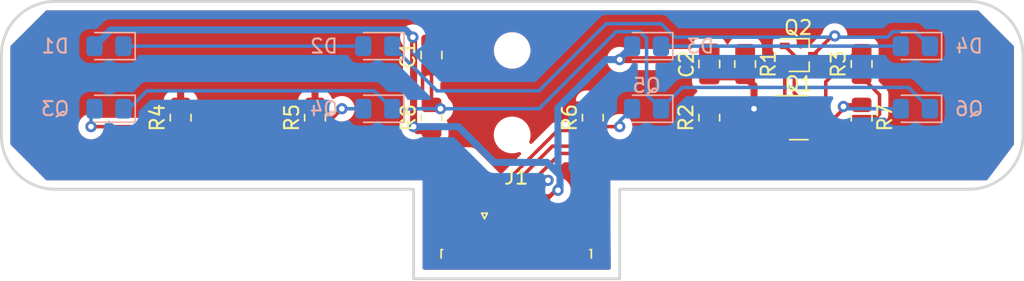
<source format=kicad_pcb>
(kicad_pcb (version 20240108) (generator "pcbnew") (generator_version "8.0")
  (layers (0 "F.Cu" signal) (31 "B.Cu" signal) (34 "B.Paste" user) (35 "F.Paste" user) (36 "B.SilkS" user "B.Silkscreen") (37 "F.SilkS" user "F.Silkscreen") (38 "B.Mask" user) (39 "F.Mask" user) (44 "Edge.Cuts" user))
  (net 0 "")
  (net 1 "GNDA")
  (net 2 "+BATT")
  (net 3 "GND")
  (net 4 "Net-(D1-K)")
  (net 5 "Net-(D2-K)")
  (net 6 "Net-(D3-K)")
  (net 7 "A0")
  (net 8 "A1")
  (net 9 "A2")
  (net 10 "A3")
  (net 11 "+3.3V")
  (net 12 "D0")
  (net 13 "Net-(Q1-B)")
  (net 14 "Net-(Q1-C)")
  (net 15 "Net-(Q3-C)")
  (footprint "Package_TO_SOT_SMD:SOT-23" (layer "F.Cu") (at 172.085 104.775)
    (property "Reference" "Q1" (at 0 -2.4 0) (layer "F.SilkS"))
    (property "Value" "BC817")
    (fp_line (start 0 -1.56) (end -1.675 -1.56) (stroke (width 0.12)) (layer "F.SilkS"))
    (fp_line (start 0 -1.56) (end 0.65 -1.56) (stroke (width 0.12)) (layer "F.SilkS"))
    (fp_line (start 0 1.56) (end -0.65 1.56) (stroke (width 0.12)) (layer "F.SilkS"))
    (fp_line (start 0 1.56) (end 0.65 1.56) (stroke (width 0.12)) (layer "F.SilkS"))
    (pad "1" smd roundrect (at -0.9375 -0.95) (size 1.475 0.6) (layers "F.Cu" "F.Paste" "F.Mask") (net 13 "Net-(Q1-B)"))
    (pad "2" smd roundrect (at -0.9375 0.95) (size 1.475 0.6) (layers "F.Cu" "F.Paste" "F.Mask") (net 3 "GND"))
    (pad "3" smd roundrect (at 0.9375 0) (size 1.475 0.6) (layers "F.Cu" "F.Paste" "F.Mask") (net 14 "Net-(Q1-C)"))
  )
  (footprint "Resistor_SMD:R_0805_2012Metric" (layer "F.Cu") (at 146.05 104.775 90)
    (property "Reference" "R8" (at 0 -1.65 90) (layer "F.SilkS"))
    (property "Value" "220R")
    (fp_line (start -0.227064 -0.735) (end 0.227064 -0.735) (stroke (width 0.12)) (layer "F.SilkS"))
    (fp_line (start -0.227064 0.735) (end 0.227064 0.735) (stroke (width 0.12)) (layer "F.SilkS"))
    (pad "1" smd roundrect (at -0.9125 0 90) (size 1.025 1.4) (layers "F.Cu" "F.Paste" "F.Mask") (roundrect_rratio 0.243902) (net 2 "+BATT"))
    (pad "2" smd roundrect (at 0.9125 0 90) (size 1.025 1.4) (layers "F.Cu" "F.Paste" "F.Mask") (roundrect_rratio 0.243902) (net 15 "Net-(Q3-C)"))
  )
  (footprint "Capacitor_SMD:C_0805_2012Metric" (layer "F.Cu") (at 165.735 100.965 -90)
    (property "Reference" "C2" (at 0.017406 1.612406 90) (layer "F.SilkS"))
    (property "Value" "4u7")
    (fp_line (start -0.261252 0.735) (end 0.261252 0.735) (stroke (width 0.12)) (layer "F.SilkS"))
    (fp_line (start -0.261252 -0.735) (end 0.261252 -0.735) (stroke (width 0.12)) (layer "F.SilkS"))
    (pad "1" smd roundrect (at -0.95 0 270) (size 1 1.45) (layers "F.Cu" "F.Paste" "F.Mask") (net 2 "+BATT"))
    (pad "2" smd roundrect (at 0.95 0 270) (size 1 1.45) (layers "F.Cu" "F.Paste" "F.Mask") (net 3 "GND"))
  )
  (footprint "Resistor_SMD:R_0805_2012Metric" (layer "F.Cu") (at 176.53 100.965 90)
    (property "Reference" "R3" (at 0 -1.65 90) (layer "F.SilkS"))
    (property "Value" "1k")
    (fp_line (start -0.227064 -0.735) (end 0.227064 -0.735) (stroke (width 0.12)) (layer "F.SilkS"))
    (fp_line (start -0.227064 0.735) (end 0.227064 0.735) (stroke (width 0.12)) (layer "F.SilkS"))
    (pad "1" smd roundrect (at -0.9125 0 90) (size 1.025 1.4) (layers "F.Cu" "F.Paste" "F.Mask") (roundrect_rratio 0.243902) (net 12 "D0"))
    (pad "2" smd roundrect (at 0.9125 0 90) (size 1.025 1.4) (layers "F.Cu" "F.Paste" "F.Mask") (roundrect_rratio 0.243902) (net 14 "Net-(Q1-C)"))
  )
  (footprint "Resistor_SMD:R_0805_2012Metric" (layer "F.Cu") (at 168.275 100.965 -90)
    (property "Reference" "R1" (at 0 -1.65 90) (layer "F.SilkS"))
    (property "Value" "6R")
    (fp_line (start -0.227064 0.735) (end 0.227064 0.735) (stroke (width 0.12)) (layer "F.SilkS"))
    (fp_line (start -0.227064 -0.735) (end 0.227064 -0.735) (stroke (width 0.12)) (layer "F.SilkS"))
    (pad "1" smd roundrect (at -0.9125 0 270) (size 1.025 1.4) (layers "F.Cu" "F.Paste" "F.Mask") (roundrect_rratio 0.243902) (net 13 "Net-(Q1-B)"))
    (pad "2" smd roundrect (at 0.9125 0 270) (size 1.025 1.4) (layers "F.Cu" "F.Paste" "F.Mask") (roundrect_rratio 0.243902) (net 3 "GND"))
  )
  (footprint "Connector_FFC-FPC:TE_1-1734839-0_1x10-1MP_P0.5mm_Horizontal" (layer "F.Cu") (at 152.055 112.105)
    (property "Reference" "J1" (at 0 -3.1 0) (layer "F.SilkS"))
    (property "Value" "10x0.5mm FPC")
    (fp_line (start -5.325 2.04) (end -5.325 2.64) (stroke (width 0.12)) (layer "F.SilkS"))
    (fp_line (start -5.215 2.04) (end -5.325 2.04) (stroke (width 0.12)) (layer "F.SilkS"))
    (fp_line (start -2.45 -0.55) (end -2.25 -0.15) (stroke (width 0.12)) (layer "F.SilkS"))
    (fp_line (start -2.25 -0.15) (end -2.05 -0.55) (stroke (width 0.12)) (layer "F.SilkS"))
    (fp_line (start -2.05 -0.55) (end -2.45 -0.55) (stroke (width 0.12)) (layer "F.SilkS"))
    (fp_line (start 5.215 2.04) (end 5.325 2.04) (stroke (width 0.12)) (layer "F.SilkS"))
    (fp_line (start 5.325 2.04) (end 5.325 2.64) (stroke (width 0.12)) (layer "F.SilkS"))
    (pad "1" smd rect (at -2.25 -1.35) (size 0.3 1.1) (layers "F.Cu" "F.Paste" "F.Mask") (net 1 "GNDA"))
    (pad "2" smd rect (at -1.75 -1.35) (size 0.3 1.1) (layers "F.Cu" "F.Paste" "F.Mask") (net 7 "A0"))
    (pad "3" smd rect (at -1.25 -1.35) (size 0.3 1.1) (layers "F.Cu" "F.Paste" "F.Mask") (net 8 "A1"))
    (pad "4" smd rect (at -0.75 -1.35) (size 0.3 1.1) (layers "F.Cu" "F.Paste" "F.Mask") (net 9 "A2"))
    (pad "5" smd rect (at -0.25 -1.35) (size 0.3 1.1) (layers "F.Cu" "F.Paste" "F.Mask") (net 10 "A3"))
    (pad "6" smd rect (at 0.25 -1.35) (size 0.3 1.1) (layers "F.Cu" "F.Paste" "F.Mask") (net 11 "+3.3V"))
    (pad "7" smd rect (at 0.75 -1.35) (size 0.3 1.1) (layers "F.Cu" "F.Paste" "F.Mask") (net 12 "D0"))
    (pad "8" smd rect (at 1.25 -1.35) (size 0.3 1.1) (layers "F.Cu" "F.Paste" "F.Mask"))
    (pad "9" smd rect (at 1.75 -1.35) (size 0.3 1.1) (layers "F.Cu" "F.Paste" "F.Mask") (net 3 "GND"))
    (pad "10" smd rect (at 2.25 -1.35) (size 0.3 1.1) (layers "F.Cu" "F.Paste" "F.Mask") (net 2 "+BATT"))
    (pad "MP" smd rect (at -3.92 0.35) (size 2.3 3.1) (layers "F.Cu" "F.Paste" "F.Mask"))
    (pad "MP" smd rect (at 3.92 0.35) (size 2.3 3.1) (layers "F.Cu" "F.Paste" "F.Mask"))
  )
  (footprint "MountingHole:MountingHole_2.1mm" (layer "F.Cu") (at 151.765 106)
    (property "Reference" "REF-mh" (hide yes))
    (property "Value" "MountingHole_2.1mm" (hide yes))
    (pad "" np_thru_hole circle (at 0 0) (size 2.1 2.1) (drill 2.1) (layers "F&B.Cu" "*.Mask"))
  )
  (footprint "Resistor_SMD:R_0805_2012Metric" (layer "F.Cu") (at 137.795 104.775 90)
    (property "Reference" "R5" (at 0 -1.65 90) (layer "F.SilkS"))
    (property "Value" "2k2")
    (fp_line (start -0.227064 -0.735) (end 0.227064 -0.735) (stroke (width 0.12)) (layer "F.SilkS"))
    (fp_line (start -0.227064 0.735) (end 0.227064 0.735) (stroke (width 0.12)) (layer "F.SilkS"))
    (pad "1" smd roundrect (at -0.9125 0 90) (size 1.025 1.4) (layers "F.Cu" "F.Paste" "F.Mask") (roundrect_rratio 0.243902) (net 8 "A1"))
    (pad "2" smd roundrect (at 0.9125 0 90) (size 1.025 1.4) (layers "F.Cu" "F.Paste" "F.Mask") (roundrect_rratio 0.243902) (net 1 "GNDA"))
  )
  (footprint "Package_TO_SOT_SMD:SOT-323_SC-70" (layer "F.Cu") (at 172.085 100.33)
    (property "Reference" "Q2" (at -0.05 -1.95 0) (layer "F.SilkS"))
    (property "Value" "DMG1012T")
    (fp_line (start -0.68 1.16) (end 0.73 1.16) (stroke (width 0.12)) (layer "F.SilkS"))
    (fp_line (start 0.73 -1.16) (end -1.3 -1.16) (stroke (width 0.12)) (layer "F.SilkS"))
    (fp_line (start 0.73 -1.16) (end 0.73 -0.5) (stroke (width 0.12)) (layer "F.SilkS"))
    (fp_line (start 0.73 0.5) (end 0.73 1.16) (stroke (width 0.12)) (layer "F.SilkS"))
    (pad "1" smd rect (at -1 -0.65 270) (size 0.45 0.7) (layers "F.Cu" "F.Paste" "F.Mask") (net 14 "Net-(Q1-C)"))
    (pad "2" smd rect (at -1 0.65 270) (size 0.45 0.7) (layers "F.Cu" "F.Paste" "F.Mask") (net 13 "Net-(Q1-B)"))
    (pad "3" smd rect (at 1 0 270) (size 0.45 0.7) (layers "F.Cu" "F.Paste" "F.Mask") (net 5 "Net-(D2-K)"))
  )
  (footprint "MountingHole:MountingHole_2.1mm" (layer "F.Cu") (at 151.765 100)
    (property "Reference" "REF-mh" (hide yes))
    (property "Value" "MountingHole_2.1mm" (hide yes))
    (pad "" np_thru_hole circle (at 0 0) (size 2.1 2.1) (drill 2.1) (layers "*.Cu" "*.Mask"))
  )
  (footprint "Resistor_SMD:R_0805_2012Metric" (layer "F.Cu") (at 176.53 104.775 -90)
    (property "Reference" "R7" (at 0 -1.65 90) (layer "F.SilkS"))
    (property "Value" "2k2")
    (fp_line (start -0.227064 0.735) (end 0.227064 0.735) (stroke (width 0.12)) (layer "F.SilkS"))
    (fp_line (start -0.227064 -0.735) (end 0.227064 -0.735) (stroke (width 0.12)) (layer "F.SilkS"))
    (pad "1" smd roundrect (at -0.9125 0 270) (size 1.025 1.4) (layers "F.Cu" "F.Paste" "F.Mask") (roundrect_rratio 0.243902) (net 10 "A3"))
    (pad "2" smd roundrect (at 0.9125 0 270) (size 1.025 1.4) (layers "F.Cu" "F.Paste" "F.Mask") (roundrect_rratio 0.243902) (net 1 "GNDA"))
  )
  (footprint "Resistor_SMD:R_0805_2012Metric" (layer "F.Cu") (at 157.48 104.775 90)
    (property "Reference" "R6" (at 0 -1.65 90) (layer "F.SilkS"))
    (property "Value" "2k2")
    (fp_line (start -0.227064 -0.735) (end 0.227064 -0.735) (stroke (width 0.12)) (layer "F.SilkS"))
    (fp_line (start -0.227064 0.735) (end 0.227064 0.735) (stroke (width 0.12)) (layer "F.SilkS"))
    (pad "1" smd roundrect (at -0.9125 0 90) (size 1.025 1.4) (layers "F.Cu" "F.Paste" "F.Mask") (roundrect_rratio 0.243902) (net 9 "A2"))
    (pad "2" smd roundrect (at 0.9125 0 90) (size 1.025 1.4) (layers "F.Cu" "F.Paste" "F.Mask") (roundrect_rratio 0.243902) (net 1 "GNDA"))
  )
  (footprint "Resistor_SMD:R_0805_2012Metric" (layer "F.Cu") (at 128.27 104.775 90)
    (property "Reference" "R4" (at 0 -1.65 90) (layer "F.SilkS"))
    (property "Value" "2k2")
    (fp_line (start -0.227064 -0.735) (end 0.227064 -0.735) (stroke (width 0.12)) (layer "F.SilkS"))
    (fp_line (start -0.227064 0.735) (end 0.227064 0.735) (stroke (width 0.12)) (layer "F.SilkS"))
    (pad "1" smd roundrect (at -0.9125 0 90) (size 1.025 1.4) (layers "F.Cu" "F.Paste" "F.Mask") (roundrect_rratio 0.243902) (net 7 "A0"))
    (pad "2" smd roundrect (at 0.9125 0 90) (size 1.025 1.4) (layers "F.Cu" "F.Paste" "F.Mask") (roundrect_rratio 0.243902) (net 1 "GNDA"))
  )
  (footprint "Resistor_SMD:R_0805_2012Metric" (layer "F.Cu") (at 165.735 104.775 90)
    (property "Reference" "R2" (at 0 -1.65 90) (layer "F.SilkS"))
    (property "Value" "15k")
    (fp_line (start -0.227064 -0.735) (end 0.227064 -0.735) (stroke (width 0.12)) (layer "F.SilkS"))
    (fp_line (start -0.227064 0.735) (end 0.227064 0.735) (stroke (width 0.12)) (layer "F.SilkS"))
    (pad "1" smd roundrect (at -0.9125 0 90) (size 1.025 1.4) (layers "F.Cu" "F.Paste" "F.Mask") (roundrect_rratio 0.243902) (net 14 "Net-(Q1-C)"))
    (pad "2" smd roundrect (at 0.9125 0 90) (size 1.025 1.4) (layers "F.Cu" "F.Paste" "F.Mask") (roundrect_rratio 0.243902) (net 3 "GND"))
  )
  (footprint "Capacitor_SMD:C_0805_2012Metric" (layer "F.Cu") (at 146.05 100.33 90)
    (property "Reference" "C1" (at 0 -1.68 90) (layer "F.SilkS"))
    (property "Value" "100nF")
    (fp_line (start -0.261252 -0.735) (end 0.261252 -0.735) (stroke (width 0.12)) (layer "F.SilkS"))
    (fp_line (start -0.261252 0.735) (end 0.261252 0.735) (stroke (width 0.12)) (layer "F.SilkS"))
    (pad "1" smd roundrect (at -0.95 0 90) (size 1 1.45) (layers "F.Cu" "F.Paste" "F.Mask") (net 15 "Net-(Q3-C)"))
    (pad "2" smd roundrect (at 0.95 0 90) (size 1 1.45) (layers "F.Cu" "F.Paste" "F.Mask") (net 1 "GNDA"))
  )
  (footprint "LED_SMD:LED_0805_2012Metric_Pad1.15x1.40mm_HandSolder" (layer "B.Cu") (at 123.19 104.14 180)
    (property "Reference" "Q3" (at 3.81 0 0) (layer "B.SilkS") (effects (justify mirror)))
    (property "Value" "PT0805CS")
    (fp_line (start 1 0.96) (end -1.86 0.96) (stroke (width 0.12)) (layer "B.SilkS"))
    (fp_line (start -1.86 0.96) (end -1.86 -0.96) (stroke (width 0.12)) (layer "B.SilkS"))
    (fp_line (start -1.86 -0.96) (end 1 -0.96) (stroke (width 0.12)) (layer "B.SilkS"))
    (pad "1" smd roundrect (at -1.025 0 180) (size 1.15 1.4) (layers "B.Cu" "B.Paste" "B.Mask") (roundrect_rratio 0.217391) (net 15 "Net-(Q3-C)"))
    (pad "2" smd roundrect (at 1.025 0 180) (size 1.15 1.4) (layers "B.Cu" "B.Paste" "B.Mask") (roundrect_rratio 0.217391) (net 7 "A0"))
  )
  (footprint "LED_SMD:LED_0805_2012Metric_Pad1.15x1.40mm_HandSolder" (layer "B.Cu") (at 123.19 99.695 180)
    (property "Reference" "D1" (at 3.81 0 0) (layer "B.SilkS") (effects (justify mirror)))
    (property "Value" "SIR0805CS")
    (fp_line (start 1 0.96) (end -1.86 0.96) (stroke (width 0.12)) (layer "B.SilkS"))
    (fp_line (start -1.86 0.96) (end -1.86 -0.96) (stroke (width 0.12)) (layer "B.SilkS"))
    (fp_line (start -1.86 -0.96) (end 1 -0.96) (stroke (width 0.12)) (layer "B.SilkS"))
    (pad "1" smd roundrect (at -1.025 0 180) (size 1.15 1.4) (layers "B.Cu" "B.Paste" "B.Mask") (roundrect_rratio 0.217391) (net 4 "Net-(D1-K)"))
    (pad "2" smd roundrect (at 1.025 0 180) (size 1.15 1.4) (layers "B.Cu" "B.Paste" "B.Mask") (roundrect_rratio 0.217391) (net 2 "+BATT"))
  )
  (footprint "LED_SMD:LED_0805_2012Metric_Pad1.15x1.40mm_HandSolder" (layer "B.Cu") (at 142.24 104.14 180)
    (property "Reference" "Q4" (at 3.81 0 0) (layer "B.SilkS") (effects (justify mirror)))
    (property "Value" "PT0805CS")
    (fp_line (start 1 0.96) (end -1.86 0.96) (stroke (width 0.12)) (layer "B.SilkS"))
    (fp_line (start -1.86 0.96) (end -1.86 -0.96) (stroke (width 0.12)) (layer "B.SilkS"))
    (fp_line (start -1.86 -0.96) (end 1 -0.96) (stroke (width 0.12)) (layer "B.SilkS"))
    (pad "1" smd roundrect (at -1.025 0 180) (size 1.15 1.4) (layers "B.Cu" "B.Paste" "B.Mask") (roundrect_rratio 0.217391) (net 15 "Net-(Q3-C)"))
    (pad "2" smd roundrect (at 1.025 0 180) (size 1.15 1.4) (layers "B.Cu" "B.Paste" "B.Mask") (roundrect_rratio 0.217391) (net 8 "A1"))
  )
  (footprint "LED_SMD:LED_0805_2012Metric_Pad1.15x1.40mm_HandSolder" (layer "B.Cu") (at 161.29 104.14 180)
    (property "Reference" "Q5" (at 0 1.65 0) (layer "B.SilkS") (effects (justify mirror)))
    (property "Value" "PT0805CS")
    (fp_line (start 1 0.96) (end -1.86 0.96) (stroke (width 0.12)) (layer "B.SilkS"))
    (fp_line (start -1.86 0.96) (end -1.86 -0.96) (stroke (width 0.12)) (layer "B.SilkS"))
    (fp_line (start -1.86 -0.96) (end 1 -0.96) (stroke (width 0.12)) (layer "B.SilkS"))
    (pad "1" smd roundrect (at -1.025 0 180) (size 1.15 1.4) (layers "B.Cu" "B.Paste" "B.Mask") (roundrect_rratio 0.217391) (net 15 "Net-(Q3-C)"))
    (pad "2" smd roundrect (at 1.025 0 180) (size 1.15 1.4) (layers "B.Cu" "B.Paste" "B.Mask") (roundrect_rratio 0.217391) (net 9 "A2"))
  )
  (footprint "LED_SMD:LED_0805_2012Metric_Pad1.15x1.40mm_HandSolder" (layer "B.Cu") (at 142.24 99.695 180)
    (property "Reference" "D2" (at 3.81 0 0) (layer "B.SilkS") (effects (justify mirror)))
    (property "Value" "SIR0805CS")
    (fp_line (start 1 0.96) (end -1.86 0.96) (stroke (width 0.12)) (layer "B.SilkS"))
    (fp_line (start -1.86 0.96) (end -1.86 -0.96) (stroke (width 0.12)) (layer "B.SilkS"))
    (fp_line (start -1.86 -0.96) (end 1 -0.96) (stroke (width 0.12)) (layer "B.SilkS"))
    (pad "1" smd roundrect (at -1.025 0 180) (size 1.15 1.4) (layers "B.Cu" "B.Paste" "B.Mask") (roundrect_rratio 0.217391) (net 5 "Net-(D2-K)"))
    (pad "2" smd roundrect (at 1.025 0 180) (size 1.15 1.4) (layers "B.Cu" "B.Paste" "B.Mask") (roundrect_rratio 0.217391) (net 4 "Net-(D1-K)"))
  )
  (footprint "LED_SMD:LED_0805_2012Metric_Pad1.15x1.40mm_HandSolder" (layer "B.Cu") (at 180.34 99.695 180)
    (property "Reference" "D4" (at -3.81 0 0) (layer "B.SilkS") (effects (justify mirror)))
    (property "Value" "SIR0805CS")
    (fp_line (start 1 0.96) (end -1.86 0.96) (stroke (width 0.12)) (layer "B.SilkS"))
    (fp_line (start -1.86 0.96) (end -1.86 -0.96) (stroke (width 0.12)) (layer "B.SilkS"))
    (fp_line (start -1.86 -0.96) (end 1 -0.96) (stroke (width 0.12)) (layer "B.SilkS"))
    (pad "1" smd roundrect (at -1.025 0 180) (size 1.15 1.4) (layers "B.Cu" "B.Paste" "B.Mask") (roundrect_rratio 0.217391) (net 5 "Net-(D2-K)"))
    (pad "2" smd roundrect (at 1.025 0 180) (size 1.15 1.4) (layers "B.Cu" "B.Paste" "B.Mask") (roundrect_rratio 0.217391) (net 6 "Net-(D3-K)"))
  )
  (footprint "LED_SMD:LED_0805_2012Metric_Pad1.15x1.40mm_HandSolder" (layer "B.Cu") (at 161.29 99.695 180)
    (property "Reference" "D3" (at -3.81 0 0) (layer "B.SilkS") (effects (justify mirror)))
    (property "Value" "SIR0805CS")
    (fp_line (start 1 0.96) (end -1.86 0.96) (stroke (width 0.12)) (layer "B.SilkS"))
    (fp_line (start -1.86 0.96) (end -1.86 -0.96) (stroke (width 0.12)) (layer "B.SilkS"))
    (fp_line (start -1.86 -0.96) (end 1 -0.96) (stroke (width 0.12)) (layer "B.SilkS"))
    (pad "1" smd roundrect (at -1.025 0 180) (size 1.15 1.4) (layers "B.Cu" "B.Paste" "B.Mask") (roundrect_rratio 0.217391) (net 6 "Net-(D3-K)"))
    (pad "2" smd roundrect (at 1.025 0 180) (size 1.15 1.4) (layers "B.Cu" "B.Paste" "B.Mask") (roundrect_rratio 0.217391) (net 2 "+BATT"))
  )
  (footprint "LED_SMD:LED_0805_2012Metric_Pad1.15x1.40mm_HandSolder" (layer "B.Cu") (at 180.34 104.14 180)
    (property "Reference" "Q6" (at -3.81 0 0) (layer "B.SilkS") (effects (justify mirror)))
    (property "Value" "PT0805CS")
    (fp_line (start 1 0.96) (end -1.86 0.96) (stroke (width 0.12)) (layer "B.SilkS"))
    (fp_line (start -1.86 0.96) (end -1.86 -0.96) (stroke (width 0.12)) (layer "B.SilkS"))
    (fp_line (start -1.86 -0.96) (end 1 -0.96) (stroke (width 0.12)) (layer "B.SilkS"))
    (pad "1" smd roundrect (at -1.025 0 180) (size 1.15 1.4) (layers "B.Cu" "B.Paste" "B.Mask") (roundrect_rratio 0.217391) (net 15 "Net-(Q3-C)"))
    (pad "2" smd roundrect (at 1.025 0 180) (size 1.15 1.4) (layers "B.Cu" "B.Paste" "B.Mask") (roundrect_rratio 0.217391) (net 10 "A3"))
  )
  (gr_line (start 119.38 96.52) (end 184.15 96.52) (stroke (width 0.2)) (layer "Edge.Cuts"))
  (gr_arc (start 119.38 109.855) (mid 116.685924 108.739077) (end 115.57 106.045) (stroke (width 0.2)) (layer "Edge.Cuts"))
  (gr_line (start 144.78 116.205) (end 159.385 116.205) (stroke (width 0.2)) (layer "Edge.Cuts"))
  (gr_line (start 144.78 109.855) (end 144.78 116.205) (stroke (width 0.2)) (layer "Edge.Cuts"))
  (gr_arc (start 184.15 96.52) (mid 186.844076 97.635923) (end 187.96 100.33) (stroke (width 0.2)) (layer "Edge.Cuts"))
  (gr_arc (start 115.57 100.33) (mid 116.685923 97.635924) (end 119.38 96.52) (stroke (width 0.2)) (layer "Edge.Cuts"))
  (gr_line (start 144.78 109.855) (end 119.38 109.855) (stroke (width 0.2)) (layer "Edge.Cuts"))
  (gr_line (start 115.57 106.045) (end 115.57 100.33) (stroke (width 0.2)) (layer "Edge.Cuts"))
  (gr_line (start 159.385 109.855) (end 184.15 109.855) (stroke (width 0.2)) (layer "Edge.Cuts"))
  (gr_arc (start 187.96 106.045) (mid 186.844077 108.739076) (end 184.15 109.855) (stroke (width 0.2)) (layer "Edge.Cuts"))
  (gr_line (start 159.385 116.205) (end 159.385 109.855) (stroke (width 0.2)) (layer "Edge.Cuts"))
  (gr_line (start 187.96 100.33) (end 187.96 106.045) (stroke (width 0.2)) (layer "Edge.Cuts"))
  (segment (start 149.805 110.755) (end 149.805 111.705) (width 0.3) (layer "F.Cu") (net 1))
  (segment (start 149.805 111.705) (end 150.495 112.395) (width 0.3) (layer "F.Cu") (net 1))
  (segment (start 149.805 110.755) (end 148.905 109.855) (width 0.3) (layer "F.Cu") (net 1))
  (segment (start 144.78 105.41) (end 145.0575 105.6875) (width 0.5) (layer "F.Cu") (net 2))
  (segment (start 155.011755 109.926755) (end 154.868245 109.926755) (width 0.3) (layer "F.Cu") (net 2))
  (segment (start 154.305 110.49) (end 154.305 110.755) (width 0.25) (layer "F.Cu") (net 2))
  (segment (start 154.868245 109.926755) (end 154.305 110.49) (width 0.3) (layer "F.Cu") (net 2))
  (segment (start 159.385 100.65) (end 165.1 100.65) (width 0.5) (layer "F.Cu") (net 2))
  (segment (start 145.0575 105.6875) (end 146.05 105.6875) (width 0.5) (layer "F.Cu") (net 2))
  (segment (start 165.1 100.65) (end 165.735 100.015) (width 0.5) (layer "F.Cu") (net 2))
  (segment (start 144.78 105.41) (end 144.78 99.108068) (width 0.5) (layer "F.Cu") (net 2))
  (segment (start 144.78 99.108068) (end 144.727566 99.055634) (width 0.5) (layer "F.Cu") (net 2))
  (via (at 144.727566 99.055634) (size 0.8) (drill 0.4) (layers "F.Cu" "B.Cu") (net 2))
  (via (at 155.011755 109.926755) (size 0.8) (drill 0.4) (layers "F.Cu" "B.Cu") (net 2))
  (via (at 144.78 105.41) (size 0.8) (drill 0.4) (layers "F.Cu" "B.Cu") (net 2))
  (via (at 159.385 100.65) (size 0.8) (drill 0.4) (layers "F.Cu" "B.Cu") (net 2))
  (segment (start 155.155 108.867918) (end 154.237082 107.95) (width 0.5) (layer "B.Cu") (net 2))
  (segment (start 159.385 100.575) (end 160.265 99.695) (width 0.5) (layer "B.Cu") (net 2))
  (segment (start 123.315 98.545) (end 122.165 99.695) (width 0.5) (layer "B.Cu") (net 2))
  (segment (start 159.385 100.65) (end 159.385 100.575) (width 0.5) (layer "B.Cu") (net 2))
  (segment (start 150.495 107.95) (end 147.955 105.41) (width 0.5) (layer "B.Cu") (net 2))
  (segment (start 147.955 105.41) (end 144.78 105.41) (width 0.5) (layer "B.Cu") (net 2))
  (segment (start 154.906041 109.821041) (end 155.155 109.572082) (width 0.5) (layer "B.Cu") (net 2))
  (segment (start 160.7199 99.695) (end 160.265 99.695) (width 0.25) (layer "B.Cu") (net 2))
  (segment (start 155.011755 108.724673) (end 155.011755 104.068245) (width 0.5) (layer "B.Cu") (net 2))
  (segment (start 155.155 109.78351) (end 155.155 108.867918) (width 0.5) (layer "B.Cu") (net 2))
  (segment (start 155.011755 109.926755) (end 154.906041 109.821041) (width 0.5) (layer "B.Cu") (net 2))
  (segment (start 154.237082 107.95) (end 150.495 107.95) (width 0.5) (layer "B.Cu") (net 2))
  (segment (start 158.43 100.65) (end 159.385 100.65) (width 0.5) (layer "B.Cu") (net 2))
  (segment (start 155.155 108.867918) (end 155.011755 108.724673) (width 0.5) (layer "B.Cu") (net 2))
  (segment (start 144.727566 99.055634) (end 144.216932 98.545) (width 0.5) (layer "B.Cu") (net 2))
  (segment (start 155.155 109.572082) (end 155.155 108.867918) (width 0.5) (layer "B.Cu") (net 2))
  (segment (start 155.011755 109.926755) (end 155.155 109.78351) (width 0.5) (layer "B.Cu") (net 2))
  (segment (start 155.011755 104.068245) (end 158.43 100.65) (width 0.5) (layer "B.Cu") (net 2))
  (segment (start 144.216932 98.545) (end 123.315 98.545) (width 0.5) (layer "B.Cu") (net 2))
  (segment (start 168.905 105.41) (end 169.22 105.725) (width 0.5) (layer "F.Cu") (net 3))
  (segment (start 168.275 101.8775) (end 165.7725 101.8775) (width 0.5) (layer "F.Cu") (net 3))
  (segment (start 154.305 109.22) (end 153.805 109.72) (width 0.3) (layer "F.Cu") (net 3))
  (segment (start 168.905 104.14) (end 166.0125 104.14) (width 0.5) (layer "F.Cu") (net 3))
  (segment (start 153.805 109.72) (end 153.805 110.755) (width 0.3) (layer "F.Cu") (net 3))
  (segment (start 168.905 104.14) (end 168.905 105.41) (width 0.5) (layer "F.Cu") (net 3))
  (segment (start 168.905 102.5075) (end 168.905 105.41) (width 0.5) (layer "F.Cu") (net 3))
  (segment (start 169.22 105.725) (end 171.1475 105.725) (width 0.5) (layer "F.Cu") (net 3))
  (segment (start 165.7725 101.8775) (end 165.735 101.915) (width 0.5) (layer "F.Cu") (net 3))
  (segment (start 168.275 101.8775) (end 168.905 102.5075) (width 0.5) (layer "F.Cu") (net 3))
  (segment (start 166.0125 104.14) (end 165.735 103.8625) (width 0.5) (layer "F.Cu") (net 3))
  (via (at 168.905 104.14) (size 0.8) (drill 0.4) (layers "F.Cu" "B.Cu") (net 3))
  (via (at 154.305 109.22) (size 0.8) (drill 0.4) (layers "F.Cu" "B.Cu") (net 3))
  (segment (start 141.215 99.695) (end 124.215 99.695) (width 0.25) (layer "B.Cu") (net 4))
  (segment (start 174.625 98.9705) (end 174.4445 98.9705) (width 0.25) (layer "F.Cu") (net 5))
  (segment (start 174.4445 98.9705) (end 173.085 100.33) (width 0.25) (layer "F.Cu") (net 5))
  (via (at 174.625 98.9705) (size 0.8) (drill 0.4) (layers "F.Cu" "B.Cu") (net 5))
  (segment (start 174.7145 99.06) (end 178.3549 99.06) (width 0.25) (layer "B.Cu") (net 5))
  (segment (start 162.3151 98.1) (end 158.44 98.1) (width 0.25) (layer "B.Cu") (net 5))
  (segment (start 174.625 98.9705) (end 174.7145 99.06) (width 0.25) (layer "B.Cu") (net 5))
  (segment (start 178.7449 98.67) (end 180.34 98.67) (width 0.25) (layer "B.Cu") (net 5))
  (segment (start 174.5355 99.06) (end 163.2751 99.06) (width 0.25) (layer "B.Cu") (net 5))
  (segment (start 174.625 98.9705) (end 174.5355 99.06) (width 0.25) (layer "B.Cu") (net 5))
  (segment (start 178.3549 99.06) (end 178.7449 98.67) (width 0.25) (layer "B.Cu") (net 5))
  (segment (start 158.44 98.1) (end 153.67 102.87) (width 0.25) (layer "B.Cu") (net 5))
  (segment (start 146.44 102.87) (end 143.265 99.695) (width 0.25) (layer "B.Cu") (net 5))
  (segment (start 180.34 98.67) (end 181.365 99.695) (width 0.25) (layer "B.Cu") (net 5))
  (segment (start 153.67 102.87) (end 146.44 102.87) (width 0.25) (layer "B.Cu") (net 5))
  (segment (start 163.2751 99.06) (end 162.3151 98.1) (width 0.25) (layer "B.Cu") (net 5))
  (segment (start 162.315 99.695) (end 179.315 99.695) (width 0.25) (layer "B.Cu") (net 6))
  (segment (start 129.8975 106.68) (end 138.43 106.68) (width 0.25) (layer "F.Cu") (net 7))
  (segment (start 150.305 109.905) (end 150.305 110.755) (width 0.25) (layer "F.Cu") (net 7))
  (segment (start 138.43 106.68) (end 139.7 107.95) (width 0.25) (layer "F.Cu") (net 7))
  (segment (start 128.905 105.6875) (end 129.8975 106.68) (width 0.25) (layer "F.Cu") (net 7))
  (segment (start 139.7 107.95) (end 148.35 107.95) (width 0.25) (layer "F.Cu") (net 7))
  (segment (start 148.35 107.95) (end 150.305 109.905) (width 0.25) (layer "F.Cu") (net 7))
  (segment (start 128.27 105.6875) (end 128.905 105.6875) (width 0.25) (layer "F.Cu") (net 7))
  (segment (start 127.9925 105.41) (end 128.27 105.6875) (width 0.25) (layer "F.Cu") (net 7))
  (segment (start 121.92 105.41) (end 127.9925 105.41) (width 0.25) (layer "F.Cu") (net 7))
  (via (at 121.92 105.41) (size 0.8) (drill 0.4) (layers "F.Cu" "B.Cu") (net 7))
  (segment (start 121.92 104.385) (end 122.165 104.14) (width 0.25) (layer "B.Cu") (net 7))
  (segment (start 121.92 105.41) (end 121.92 104.385) (width 0.25) (layer "B.Cu") (net 7))
  (segment (start 150.805 109.53) (end 150.805 110.755) (width 0.25) (layer "F.Cu") (net 8))
  (segment (start 138.1525 105.6875) (end 137.795 105.6875) (width 0.25) (layer "F.Cu") (net 8))
  (segment (start 137.795 105.6875) (end 138.43 105.6875) (width 0.25) (layer "F.Cu") (net 8))
  (segment (start 139.7 104.14) (end 138.1525 105.6875) (width 0.25) (layer "F.Cu") (net 8))
  (segment (start 140.2425 107.5) (end 148.775 107.5) (width 0.25) (layer "F.Cu") (net 8))
  (segment (start 138.43 105.6875) (end 140.2425 107.5) (width 0.25) (layer "F.Cu") (net 8))
  (segment (start 148.775 107.5) (end 150.805 109.53) (width 0.25) (layer "F.Cu") (net 8))
  (via (at 139.7 104.14) (size 0.8) (drill 0.4) (layers "F.Cu" "B.Cu") (net 8))
  (segment (start 139.7 104.14) (end 141.215 104.14) (width 0.25) (layer "B.Cu") (net 8))
  (segment (start 154.98 105.6875) (end 151.305 109.3625) (width 0.25) (layer "F.Cu") (net 9))
  (segment (start 157.48 105.6875) (end 154.98 105.6875) (width 0.25) (layer "F.Cu") (net 9))
  (segment (start 151.305 109.3625) (end 151.305 110.755) (width 0.25) (layer "F.Cu") (net 9))
  (segment (start 157.48 105.6875) (end 157.7575 105.41) (width 0.25) (layer "F.Cu") (net 9))
  (segment (start 157.7575 105.41) (end 159.385 105.41) (width 0.25) (layer "F.Cu") (net 9))
  (via (at 159.385 105.41) (size 0.8) (drill 0.4) (layers "F.Cu" "B.Cu") (net 9))
  (segment (start 159.385 105.02) (end 160.265 104.14) (width 0.25) (layer "B.Cu") (net 9))
  (segment (start 159.385 105.41) (end 159.385 105.02) (width 0.25) (layer "B.Cu") (net 9))
  (segment (start 154.615698 106.8) (end 151.805 109.610698) (width 0.25) (layer "F.Cu") (net 10))
  (segment (start 176.53 103.8625) (end 175.5375 103.8625) (width 0.25) (layer "F.Cu") (net 10))
  (segment (start 175.238466 103.982149) (end 176.410351 103.982149) (width 0.25) (layer "F.Cu") (net 10))
  (segment (start 151.805 109.610698) (end 151.805 110.755) (width 0.25) (layer "F.Cu") (net 10))
  (segment (start 172.6 106.8) (end 154.615698 106.8) (width 0.25) (layer "F.Cu") (net 10))
  (segment (start 176.410351 103.982149) (end 176.53 103.8625) (width 0.25) (layer "F.Cu") (net 10))
  (segment (start 175.5375 103.8625) (end 172.6 106.8) (width 0.25) (layer "F.Cu") (net 10))
  (via (at 175.238466 103.982149) (size 0.8) (drill 0.4) (layers "F.Cu" "B.Cu") (net 10))
  (segment (start 175.396317 104.14) (end 179.315 104.14) (width 0.25) (layer "B.Cu") (net 10))
  (segment (start 175.238466 103.982149) (end 175.396317 104.14) (width 0.25) (layer "B.Cu") (net 10))
  (segment (start 173.355698 107.315) (end 175.970698 104.7) (width 0.25) (layer "F.Cu") (net 12))
  (segment (start 177.8 104.530305) (end 177.8 103.1475) (width 0.25) (layer "F.Cu") (net 12))
  (segment (start 152.805 110.755) (end 152.805 109.694695) (width 0.25) (layer "F.Cu") (net 12))
  (segment (start 177.8 103.1475) (end 176.53 101.8775) (width 0.25) (layer "F.Cu") (net 12))
  (segment (start 152.805 109.694695) (end 155.184695 107.315) (width 0.25) (layer "F.Cu") (net 12))
  (segment (start 177.630305 104.7) (end 177.8 104.530305) (width 0.25) (layer "F.Cu") (net 12))
  (segment (start 175.970698 104.7) (end 177.630305 104.7) (width 0.25) (layer "F.Cu") (net 12))
  (segment (start 155.184695 107.315) (end 173.355698 107.315) (width 0.25) (layer "F.Cu") (net 12))
  (segment (start 169.2025 100.98) (end 171.085 100.98) (width 0.25) (layer "F.Cu") (net 13))
  (segment (start 171.085 103.7625) (end 171.1475 103.825) (width 0.25) (layer "F.Cu") (net 13))
  (segment (start 168.275 100.0525) (end 169.2025 100.98) (width 0.25) (layer "F.Cu") (net 13))
  (segment (start 171.085 100.98) (end 171.085 103.7625) (width 0.25) (layer "F.Cu") (net 13))
  (segment (start 171.085 99.68) (end 171.76 100.355) (width 0.25) (layer "F.Cu") (net 14))
  (segment (start 171.76 103.024092) (end 173.0225 104.286592) (width 0.25) (layer "F.Cu") (net 14))
  (segment (start 173.0225 105.263408) (end 171.935908 106.35) (width 0.25) (layer "F.Cu") (net 14))
  (segment (start 173.0225 104.775) (end 173.0225 105.263408) (width 0.25) (layer "F.Cu") (net 14))
  (segment (start 171.76 100.355) (end 171.76 103.024092) (width 0.25) (layer "F.Cu") (net 14))
  (segment (start 173.355 104.775) (end 173.0225 104.775) (width 0.25) (layer "F.Cu") (net 14))
  (segment (start 168.369327 105.6875) (end 165.735 105.6875) (width 0.25) (layer "F.Cu") (net 14))
  (segment (start 173.0225 104.286592) (end 173.0225 104.775) (width 0.25) (layer "F.Cu") (net 14))
  (segment (start 173.99 102.235) (end 173.99 104.14) (width 0.25) (layer "F.Cu") (net 14))
  (segment (start 171.935908 106.35) (end 169.031827 106.35) (width 0.25) (layer "F.Cu") (net 14))
  (segment (start 176.1725 100.0525) (end 173.99 102.235) (width 0.25) (layer "F.Cu") (net 14))
  (segment (start 169.031827 106.35) (end 168.369327 105.6875) (width 0.25) (layer "F.Cu") (net 14))
  (segment (start 176.53 100.0525) (end 176.1725 100.0525) (width 0.25) (layer "F.Cu") (net 14))
  (segment (start 173.99 104.14) (end 173.355 104.775) (width 0.25) (layer "F.Cu") (net 14))
  (segment (start 146.05 103.505) (end 146.05 101.28) (width 0.25) (layer "F.Cu") (net 15))
  (segment (start 145.415 101.915) (end 146.05 101.28) (width 0.25) (layer "F.Cu") (net 15))
  (segment (start 146.685 104.14) (end 146.05 103.505) (width 0.25) (layer "F.Cu") (net 15))
  (segment (start 145.415 103.2275) (end 145.415 101.915) (width 0.25) (layer "F.Cu") (net 15))
  (segment (start 146.05 103.8625) (end 145.415 103.2275) (width 0.25) (layer "F.Cu") (net 15))
  (via (at 146.685 104.14) (size 0.8) (drill 0.4) (layers "F.Cu" "B.Cu") (net 15))
  (segment (start 125.875 102.87) (end 141.995 102.87) (width 0.25) (layer "B.Cu") (net 15))
  (segment (start 161.29 99.1249) (end 161.29 103.115) (width 0.25) (layer "B.Cu") (net 15))
  (segment (start 146.685 104.14) (end 153.67 104.14) (width 0.25) (layer "B.Cu") (net 15))
  (segment (start 153.67 104.14) (end 159.14 98.67) (width 0.25) (layer "B.Cu") (net 15))
  (segment (start 179.85 102.625) (end 181.365 104.14) (width 0.25) (layer "B.Cu") (net 15))
  (segment (start 141.995 102.87) (end 143.265 104.14) (width 0.25) (layer "B.Cu") (net 15))
  (segment (start 159.14 98.67) (end 160.8351 98.67) (width 0.25) (layer "B.Cu") (net 15))
  (segment (start 163.83 102.625) (end 179.85 102.625) (width 0.25) (layer "B.Cu") (net 15))
  (segment (start 160.8351 98.67) (end 161.29 99.1249) (width 0.25) (layer "B.Cu") (net 15))
  (segment (start 161.29 103.115) (end 162.315 104.14) (width 0.25) (layer "B.Cu") (net 15))
  (segment (start 124.215 104.53) (end 125.875 102.87) (width 0.25) (layer "B.Cu") (net 15))
  (segment (start 162.315 104.14) (end 163.83 102.625) (width 0.25) (layer "B.Cu") (net 15))
  (segment (start 124.215 104.14) (end 124.215 104.53) (width 0.25) (layer "B.Cu") (net 15))
  (segment (start 146.685 104.14) (end 143.265 104.14) (width 0.25) (layer "B.Cu") (net 15))
  (zone (net 1) (net_name "GNDA") (layer "F.Cu") (connect_pads (clearance 0.5)) (min_thickness 0.25) (fill yes (thermal_gap 0.5) (thermal_bridge_width 0.5))
    (polygon (pts (xy 118.745 97.155) (xy 184.785 97.155) (xy 187.325 99.695) (xy 187.325 106.68) (xy 185.42 109.22) (xy 158.717228 109.22) (xy 158.75 115.57) (xy 145.415 115.57) (xy 145.415 109.22) (xy 118.745 109.22) (xy 116.205 106.68) (xy 116.205 99.695)))
  )
  (zone (net 3) (net_name "GND") (layer "B.Cu") (connect_pads (clearance 0.5)) (min_thickness 0.25) (fill yes (thermal_gap 0.5) (thermal_bridge_width 0.5))
    (polygon (pts (xy 118.745 97.155) (xy 184.785 97.155) (xy 187.325 99.695) (xy 187.325 106.68) (xy 185.42 109.22) (xy 158.717228 109.22) (xy 158.75 115.57) (xy 145.415 115.57) (xy 145.415 109.22) (xy 118.745 109.22) (xy 116.205 106.68) (xy 116.205 99.695)))
  )
)
</source>
